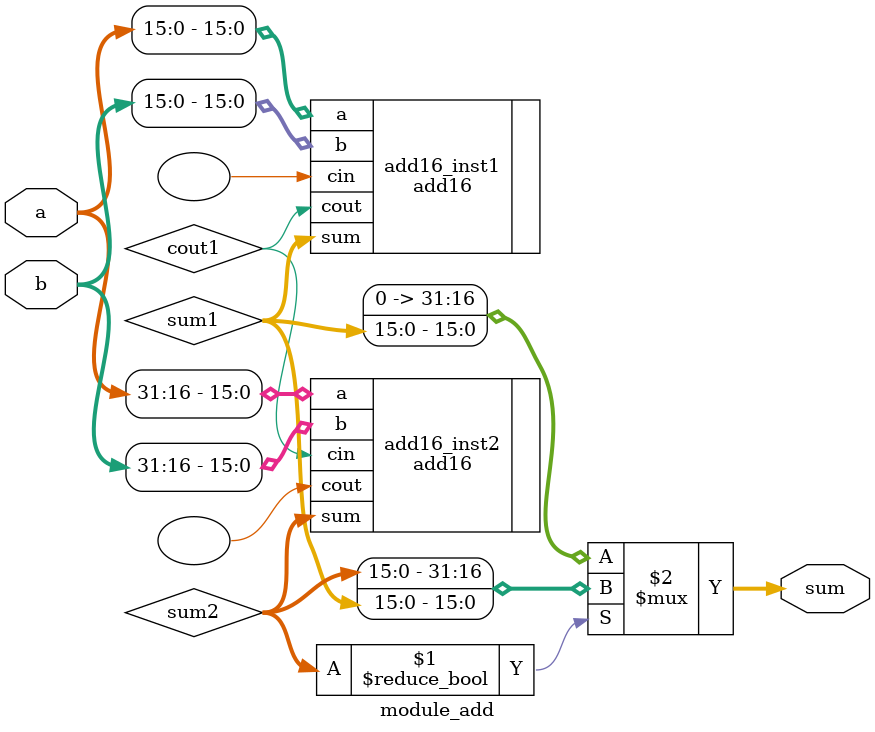
<source format=sv>
module module_add 
(
    input  [31:0] a,
    input  [31:0] b,
    output [31:0] sum  
);
  
  wire [15:0] sum1;
  wire [15:0] sum2;
  wire cout1;

  add16 add16_inst1
  (
    .a(a[15:0]),
    .b(b[15:0]),
    .cin(),
    .sum(sum1),
    .cout(cout1)
  );

  add16 add16_inst2
  (
    .a(a[31:16]),
    .b(b[31:16]),
    .cin(cout1),
    .sum(sum2),
    .cout()
  );

  assign sum = sum2 ? {sum2, sum1} : {16'b0, sum1};

endmodule
</source>
